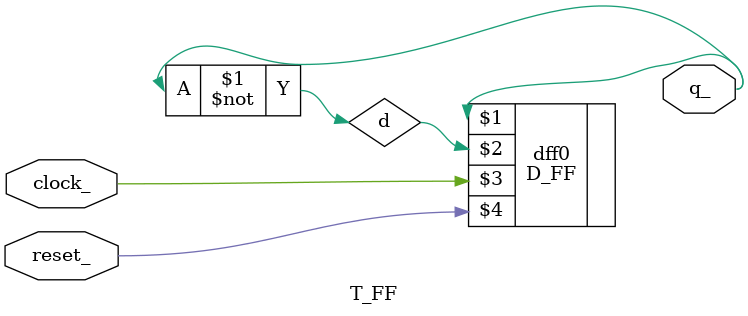
<source format=v>
/* module for T-Flip Flop */


module T_FF(q_, clock_, reset_);


output q_;
input clock_, reset_;
wire d;

D_FF dff0(q_, d, clock_, reset_);
	not n1(d, q_); //not primitive

endmodule

</source>
